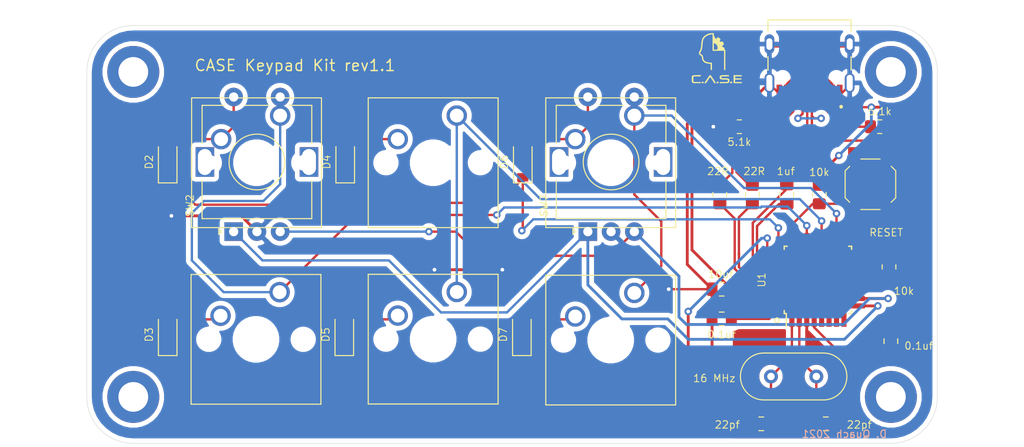
<source format=kicad_pcb>
(kicad_pcb (version 20211014) (generator pcbnew)
  (layers (0 "F.Cu" signal) (31 "B.Cu" signal) (34 "B.Paste" user) (35 "F.Paste" user) (36 "B.SilkS" user "B.Silkscreen") (37 "F.SilkS" user "F.Silkscreen") (38 "B.Mask" user) (39 "F.Mask" user) (44 "Edge.Cuts" user))
  (net 0 "")
  (net 1 "GND")
  (net 2 "+5V")
  (net 3 "Net-(C4-Pad1)")
  (net 4 "Net-(C5-Pad1)")
  (net 5 "Net-(C6-Pad1)")
  (net 6 "Net-(D2-Pad2)")
  (net 7 "row0")
  (net 8 "Net-(D3-Pad2)")
  (net 9 "row1")
  (net 10 "Net-(D4-Pad2)")
  (net 11 "Net-(D5-Pad2)")
  (net 12 "Net-(D6-Pad2)")
  (net 13 "Net-(D7-Pad2)")
  (net 14 "D-")
  (net 15 "D+")
  (net 16 "Net-(R1-Pad1)")
  (net 17 "Net-(R2-Pad1)")
  (net 18 "Net-(R4-Pad1)")
  (net 19 "Net-(R7-Pad2)")
  (net 20 "A1")
  (net 21 "B1")
  (net 22 "col0")
  (net 23 "col1")
  (net 24 "col2")
  (net 25 "Net-(U1-Pad23)")
  (net 26 "Net-(U1-Pad21)")
  (net 27 "Net-(U1-Pad19)")
  (net 28 "Net-(U1-Pad17)")
  (net 29 "Net-(U1-Pad16)")
  (net 30 "Net-(U1-Pad15)")
  (net 31 "Net-(U1-Pad14)")
  (net 32 "Net-(U1-Pad12)")
  (net 33 "Net-(U1-Pad11)")
  (net 34 "Net-(U1-Pad8)")
  (net 35 "Net-(U1-Pad7)")
  (net 36 "Net-(U1-Pad6)")
  (net 37 "Net-(U1-Pad5)")
  (net 38 "Net-(J1-PadB5)")
  (net 39 "Net-(J1-PadA8)")
  (net 40 "Net-(J1-PadB8)")
  (net 41 "Net-(J1-PadA5)")
  (footprint "Diode_SMD:D_SOD-123" (layer "F.Cu") (at 81.2 76.7 90)
    (fp_text reference "D2" (at 0 -2 90) (layer "F.SilkS") (effects (font (size 0.8 0.8) (thickness 0.1))))
    (fp_text value "D_Small")
    (pad "1" smd rect locked (at -1.65 0 90) (size 0.9 1.2) (layers "F.Cu" "F.Paste" "F.Mask") (net 7 "row0"))
    (pad "2" smd rect locked (at 1.65 0 90) (size 0.9 1.2) (layers "F.Cu" "F.Paste" "F.Mask") (net 6 "Net-(D2-Pad2)"))
  )
  (footprint "Diode_SMD:D_SOD-123" (layer "F.Cu") (at 81.2 95.3 90)
    (fp_text reference "D3" (at 0 -2 90) (layer "F.SilkS") (effects (font (size 0.8 0.8) (thickness 0.1))))
    (fp_text value "D_Small")
    (pad "1" smd rect locked (at -1.65 0 90) (size 0.9 1.2) (layers "F.Cu" "F.Paste" "F.Mask") (net 9 "row1"))
    (pad "2" smd rect locked (at 1.65 0 90) (size 0.9 1.2) (layers "F.Cu" "F.Paste" "F.Mask") (net 8 "Net-(D3-Pad2)"))
  )
  (footprint "Diode_SMD:D_SOD-123" (layer "F.Cu") (at 100.3 76.7 90)
    (fp_text reference "D4" (at 0 -2 90) (layer "F.SilkS") (effects (font (size 0.8 0.8) (thickness 0.1))))
    (fp_text value "D_Small")
    (pad "1" smd rect locked (at -1.65 0 90) (size 0.9 1.2) (layers "F.Cu" "F.Paste" "F.Mask") (net 7 "row0"))
    (pad "2" smd rect locked (at 1.65 0 90) (size 0.9 1.2) (layers "F.Cu" "F.Paste" "F.Mask") (net 10 "Net-(D4-Pad2)"))
  )
  (footprint "Diode_SMD:D_SOD-123" (layer "F.Cu") (at 100.2 95.3 90)
    (fp_text reference "D5" (at 0 -2 90) (layer "F.SilkS") (effects (font (size 0.8 0.8) (thickness 0.1))))
    (fp_text value "D_Small")
    (pad "1" smd rect locked (at -1.65 0 90) (size 0.9 1.2) (layers "F.Cu" "F.Paste" "F.Mask") (net 9 "row1"))
    (pad "2" smd rect locked (at 1.65 0 90) (size 0.9 1.2) (layers "F.Cu" "F.Paste" "F.Mask") (net 11 "Net-(D5-Pad2)"))
  )
  (footprint "Diode_SMD:D_SOD-123" (layer "F.Cu") (at 119.4 76.7 90)
    (fp_text reference "D6" (at 0 -2 90) (layer "F.SilkS") (effects (font (size 0.8 0.8) (thickness 0.1))))
    (fp_text value "D_Small")
    (pad "1" smd rect locked (at -1.65 0 90) (size 0.9 1.2) (layers "F.Cu" "F.Paste" "F.Mask") (net 7 "row0"))
    (pad "2" smd rect locked (at 1.65 0 90) (size 0.9 1.2) (layers "F.Cu" "F.Paste" "F.Mask") (net 12 "Net-(D6-Pad2)"))
  )
  (footprint "Diode_SMD:D_SOD-123" (layer "F.Cu") (at 119.3 95.3 90)
    (fp_text reference "D7" (at 0 -2 90) (layer "F.SilkS") (effects (font (size 0.8 0.8) (thickness 0.1))))
    (fp_text value "D_Small")
    (pad "1" smd rect locked (at -1.65 0 90) (size 0.9 1.2) (layers "F.Cu" "F.Paste" "F.Mask") (net 9 "row1"))
    (pad "2" smd rect locked (at 1.65 0 90) (size 0.9 1.2) (layers "F.Cu" "F.Paste" "F.Mask") (net 13 "Net-(D7-Pad2)"))
  )
  (footprint "Rotary_Encoder:RotaryEncoder_Alps_EC11E-Switch_Vertical_H20mm" (layer "F.Cu") (at 88.3 84.2 90)
    (fp_text reference "SW2" (at 2.8 -4.7 90) (layer "F.SilkS") (effects (font (size 0.8 0.8) (thickness 0.1))))
    (fp_text value "Encoder")
    (pad "A" thru_hole rect locked (at 0 0 90) (size 2 2) (drill 1) (layers *.Cu *.Mask) (net 20 "A1"))
    (pad "B" thru_hole circle locked (at 0 5 90) (size 2 2) (drill 1) (layers *.Cu *.Mask) (net 21 "B1"))
    (pad "C" thru_hole circle locked (at 0 2.5 90) (size 2 2) (drill 1) (layers *.Cu *.Mask) (net 1 "GND"))
    (pad "MP" thru_hole rect locked (at 7.5 -3.1 90) (size 3.2 2) (drill oval 2.8 1.5) (layers *.Cu *.Mask))
    (pad "MP" thru_hole rect locked (at 7.5 8.1 90) (size 3.2 2) (drill oval 2.8 1.5) (layers *.Cu *.Mask))
    (pad "S1" thru_hole circle locked (at 14.5 5 90) (size 2 2) (drill 1) (layers *.Cu *.Mask) (net 22 "col0"))
    (pad "S2" thru_hole circle locked (at 14.5 0 90) (size 2 2) (drill 1) (layers *.Cu *.Mask) (net 6 "Net-(D2-Pad2)"))
  )
  (footprint "Button_Switch_Keyboard:SW_Cherry_MX_1.00u_PCB" (layer "F.Cu") (at 93.24 90.72)
    (fp_text reference "SW4")
    (fp_text value "SW_KEYSW")
    (pad "" np_thru_hole circle locked (at 2.54 5.08) (size 1.7 1.7) (drill 1.7) (layers *.Cu *.Mask))
    (pad "" np_thru_hole circle locked (at -2.54 5.08) (size 4 4) (drill 4) (layers *.Cu *.Mask))
    (pad "" np_thru_hole circle locked (at -7.62 5.08) (size 1.7 1.7) (drill 1.7) (layers *.Cu *.Mask))
    (pad "1" thru_hole circle locked (at 0 0) (size 2.2 2.2) (drill 1.5) (layers *.Cu *.Mask) (net 22 "col0"))
    (pad "2" thru_hole circle locked (at -6.35 2.54) (size 2.2 2.2) (drill 1.5) (layers *.Cu *.Mask) (net 8 "Net-(D3-Pad2)"))
  )
  (footprint "Button_Switch_Keyboard:SW_Cherry_MX_1.00u_PCB" (layer "F.Cu") (at 112.3 71.7)
    (fp_text reference "SW5")
    (fp_text value "SW_KEYSW")
    (pad "" np_thru_hole circle locked (at 2.54 5.08) (size 1.7 1.7) (drill 1.7) (layers *.Cu *.Mask))
    (pad "" np_thru_hole circle locked (at -2.54 5.08) (size 4 4) (drill 4) (layers *.Cu *.Mask))
    (pad "" np_thru_hole circle locked (at -7.62 5.08) (size 1.7 1.7) (drill 1.7) (layers *.Cu *.Mask))
    (pad "1" thru_hole circle locked (at 0 0) (size 2.2 2.2) (drill 1.5) (layers *.Cu *.Mask) (net 23 "col1"))
    (pad "2" thru_hole circle locked (at -6.35 2.54) (size 2.2 2.2) (drill 1.5) (layers *.Cu *.Mask) (net 10 "Net-(D4-Pad2)"))
  )
  (footprint "Button_Switch_Keyboard:SW_Cherry_MX_1.00u_PCB" (layer "F.Cu") (at 131.4 71.7)
    (fp_text reference "SW8")
    (fp_text value "SW_KEYSW")
    (pad "" np_thru_hole circle locked (at 2.54 5.08) (size 1.7 1.7) (drill 1.7) (layers *.Cu *.Mask))
    (pad "" np_thru_hole circle locked (at -7.62 5.08) (size 1.7 1.7) (drill 1.7) (layers *.Cu *.Mask))
    (pad "" np_thru_hole circle locked (at -2.54 5.08) (size 4 4) (drill 4) (layers *.Cu *.Mask))
    (pad "1" thru_hole circle locked (at 0 0) (size 2.2 2.2) (drill 1.5) (layers *.Cu *.Mask) (net 24 "col2"))
    (pad "2" thru_hole circle locked (at -6.35 2.54) (size 2.2 2.2) (drill 1.5) (layers *.Cu *.Mask) (net 12 "Net-(D6-Pad2)"))
  )
  (footprint "Button_Switch_Keyboard:SW_Cherry_MX_1.00u_PCB" (layer "F.Cu") (at 131.4 90.8)
    (fp_text reference "SW9")
    (fp_text value "SW_KEYSW")
    (pad "" np_thru_hole circle locked (at 2.54 5.08) (size 1.7 1.7) (drill 1.7) (layers *.Cu *.Mask))
    (pad "" np_thru_hole circle locked (at -7.62 5.08) (size 1.7 1.7) (drill 1.7) (layers *.Cu *.Mask))
    (pad "" np_thru_hole circle locked (at -2.54 5.08) (size 4 4) (drill 4) (layers *.Cu *.Mask))
    (pad "1" thru_hole circle locked (at 0 0) (size 2.2 2.2) (drill 1.5) (layers *.Cu *.Mask) (net 24 "col2"))
    (pad "2" thru_hole circle locked (at -6.35 2.54) (size 2.2 2.2) (drill 1.5) (layers *.Cu *.Mask) (net 13 "Net-(D7-Pad2)"))
  )
  (footprint "Button_Switch_Keyboard:SW_Cherry_MX_1.00u_PCB" (layer "F.Cu") (at 112.3 90.7)
    (fp_text reference "SW6")
    (fp_text value "SW_KEYSW")
    (pad "" np_thru_hole circle locked (at -7.62 5.08) (size 1.7 1.7) (drill 1.7) (layers *.Cu *.Mask))
    (pad "" np_thru_hole circle locked (at -2.54 5.08) (size 4 4) (drill 4) (layers *.Cu *.Mask))
    (pad "" np_thru_hole circle locked (at 2.54 5.08) (size 1.7 1.7) (drill 1.7) (layers *.Cu *.Mask))
    (pad "1" thru_hole circle locked (at 0 0) (size 2.2 2.2) (drill 1.5) (layers *.Cu *.Mask) (net 23 "col1"))
    (pad "2" thru_hole circle locked (at -6.35 2.54) (size 2.2 2.2) (drill 1.5) (layers *.Cu *.Mask) (net 11 "Net-(D5-Pad2)"))
  )
  (footprint "Rotary_Encoder:RotaryEncoder_Alps_EC11E-Switch_Vertical_H20mm" (layer "F.Cu") (at 126.4 84.2 90)
    (fp_text reference "SW7" (at 2.8 -4.7 90) (layer "F.SilkS") (effects (font (size 0.8 0.8) (thickness 0.1))))
    (fp_text value "Encoder")
    (pad "A" thru_hole rect locked (at 0 0 90) (size 2 2) (drill 1) (layers *.Cu *.Mask) (net 20 "A1"))
    (pad "B" thru_hole circle locked (at 0 5 90) (size 2 2) (drill 1) (layers *.Cu *.Mask) (net 21 "B1"))
    (pad "C" thru_hole circle locked (at 0 2.5 90) (size 2 2) (drill 1) (layers *.Cu *.Mask) (net 1 "GND"))
    (pad "MP" thru_hole rect locked (at 7.5 8.1 90) (size 3.2 2) (drill oval 2.8 1.5) (layers *.Cu *.Mask))
    (pad "MP" thru_hole rect locked (at 7.5 -3.1 90) (size 3.2 2) (drill oval 2.8 1.5) (layers *.Cu *.Mask))
    (pad "S1" thru_hole circle locked (at 14.5 5 90) (size 2 2) (drill 1) (layers *.Cu *.Mask) (net 24 "col2"))
    (pad "S2" thru_hole circle locked (at 14.5 0 90) (size 2 2) (drill 1) (layers *.Cu *.Mask) (net 12 "Net-(D6-Pad2)"))
  )
  (footprint "Button_Switch_Keyboard:SW_Cherry_MX_1.00u_PCB" (layer "F.Cu") (at 93.3 71.7)
    (fp_text reference "SW3")
    (fp_text value "SW_KEYSW")
    (pad "" np_thru_hole circle locked (at -2.54 5.08) (size 4 4) (drill 4) (layers *.Cu *.Mask))
    (pad "" np_thru_hole circle locked (at -7.62 5.08) (size 1.7 1.7) (drill 1.7) (layers *.Cu *.Mask))
    (pad "" np_thru_hole circle locked (at 2.54 5.08) (size 1.7 1.7) (drill 1.7) (layers *.Cu *.Mask))
    (pad "1" thru_hole circle locked (at 0 0) (size 2.2 2.2) (drill 1.5) (layers *.Cu *.Mask) (net 22 "col0"))
    (pad "2" thru_hole circle locked (at -6.35 2.54) (size 2.2 2.2) (drill 1.5) (layers *.Cu *.Mask) (net 6 "Net-(D2-Pad2)"))
  )
  (footprint "Capacitor_SMD:C_0805_2012Metric_Pad1.18x1.45mm_HandSolder" (layer "F.Cu") (at 159 96 -90)
    (fp_text reference "0.1uf" (at 0.5 -3 180) (layer "F.SilkS") (effects (font (size 0.8 0.8) (thickness 0.1))))
    (fp_text value "0.1uF")
    (pad "1" smd roundrect locked (at -1.0375 0 270) (size 1.175 1.45) (layers "F.Cu" "F.Paste" "F.Mask") (roundrect_rratio 0.2127659574) (net 2 "+5V"))
    (pad "2" smd roundrect locked (at 1.0375 0 270) (size 1.175 1.45) (layers "F.Cu" "F.Paste" "F.Mask") (roundrect_rratio 0.2127659574) (net 1 "GND"))
  )
  (footprint "Capacitor_SMD:C_0805_2012Metric_Pad1.18x1.45mm_HandSolder" (layer "F.Cu") (at 140.8 90.4 180)
    (fp_text reference "10uf" (at 0.1 1.6) (layer "F.SilkS") (effects (font (size 0.8 0.8) (thickness 0.1))))
    (fp_text value "10uF")
    (pad "1" smd roundrect locked (at -1.0375 0 180) (size 1.175 1.45) (layers "F.Cu" "F.Paste" "F.Mask") (roundrect_rratio 0.2127659574) (net 2 "+5V"))
    (pad "2" smd roundrect locked (at 1.0375 0 180) (size 1.175 1.45) (layers "F.Cu" "F.Paste" "F.Mask") (roundrect_rratio 0.2127659574) (net 1 "GND"))
  )
  (footprint "Capacitor_SMD:C_0805_2012Metric_Pad1.18x1.45mm_HandSolder" (layer "F.Cu") (at 145.0625 104.9 180)
    (fp_text reference "22pf" (at 3.6625 -0.1) (layer "F.SilkS") (effects (font (size 0.8 0.8) (thickness 0.1))))
    (fp_text value "22 pF")
    (pad "1" smd roundrect locked (at -1.0375 0 180) (size 1.175 1.45) (layers "F.Cu" "F.Paste" "F.Mask") (roundrect_rratio 0.2127659574) (net 3 "Net-(C4-Pad1)"))
    (pad "2" smd roundrect locked (at 1.0375 0 180) (size 1.175 1.45) (layers "F.Cu" "F.Paste" "F.Mask") (roundrect_rratio 0.2127659574) (net 1 "GND"))
  )
  (footprint "Capacitor_SMD:C_0805_2012Metric_Pad1.18x1.45mm_HandSolder" (layer "F.Cu") (at 152 104.9)
    (fp_text reference "22pf" (at 3.6 0.1) (layer "F.SilkS") (effects (font (size 0.8 0.8) (thickness 0.1))))
    (fp_text value "22 pF")
    (pad "1" smd roundrect locked (at -1.0375 0) (size 1.175 1.45) (layers "F.Cu" "F.Paste" "F.Mask") (roundrect_rratio 0.2127659574) (net 4 "Net-(C5-Pad1)"))
    (pad "2" smd roundrect locked (at 1.0375 0) (size 1.175 1.45) (layers "F.Cu" "F.Paste" "F.Mask") (roundrect_rratio 0.2127659574) (net 1 "GND"))
  )
  (footprint "Resistor_SMD:R_0805_2012Metric_Pad1.20x1.40mm_HandSolder" (layer "F.Cu") (at 157.8 72.9)
    (fp_text reference "5.1k" (at 0 -1.65) (layer "F.SilkS") (effects (font (size 0.8 0.8) (thickness 0.1))))
    (fp_text value "5.1k")
    (pad "1" smd roundrect locked (at -1 0) (size 1.2 1.4) (layers "F.Cu" "F.Paste" "F.Mask") (roundrect_rratio 0.2083325) (net 41 "Net-(J1-PadA5)"))
    (pad "2" smd roundrect locked (at 1 0) (size 1.2 1.4) (layers "F.Cu" "F.Paste" "F.Mask") (roundrect_rratio 0.2083325) (net 1 "GND"))
  )
  (footprint "Resistor_SMD:R_0805_2012Metric_Pad1.20x1.40mm_HandSolder" (layer "F.Cu") (at 142.7 72.9 180)
    (fp_text reference "5.1k" (at 0 -1.65) (layer "F.SilkS") (effects (font (size 0.8 0.8) (thickness 0.1))))
    (fp_text value "5.1k")
    (pad "1" smd roundrect locked (at -1 0 180) (size 1.2 1.4) (layers "F.Cu" "F.Paste" "F.Mask") (roundrect_rratio 0.2083325) (net 38 "Net-(J1-PadB5)"))
    (pad "2" smd roundrect locked (at 1 0 180) (size 1.2 1.4) (layers "F.Cu" "F.Paste" "F.Mask") (roundrect_rratio 0.2083325) (net 1 "GND"))
  )
  (footprint "Button_Switch_SMD:SW_SPST_SKQG_WithStem" (layer "F.Cu") (at 156.8 79.1 -90)
    (fp_text reference "RESET" (at 5.2 -1.7 180) (layer "F.SilkS") (effects (font (size 0.8 0.8) (thickness 0.1))))
    (fp_text value "RESET")
    (pad "1" smd rect locked (at -3.1 -1.85 270) (size 1.8 1.1) (layers "F.Cu" "F.Paste" "F.Mask") (net 1 "GND"))
    (pad "1" smd rect locked (at 3.1 -1.85 270) (size 1.8 1.1) (layers "F.Cu" "F.Paste" "F.Mask") (net 1 "GND"))
    (pad "2" smd rect locked (at -3.1 1.85 270) (size 1.8 1.1) (layers "F.Cu" "F.Paste" "F.Mask") (net 18 "Net-(R4-Pad1)"))
    (pad "2" smd rect locked (at 3.1 1.85 270) (size 1.8 1.1) (layers "F.Cu" "F.Paste" "F.Mask") (net 18 "Net-(R4-Pad1)"))
  )
  (footprint "Crystal:Crystal_HC49-4H_Vertical" (layer "F.Cu") (at 146.1 99.8)
    (fp_text reference "16 MHz" (at -6.1 0.2) (layer "F.SilkS") (effects (font (size 0.8 0.8) (thickness 0.1))))
    (fp_text value "16 MHz")
    (pad "1" thru_hole circle locked (at 0 0) (size 1.5 1.5) (drill 0.8) (layers *.Cu *.Mask) (net 3 "Net-(C4-Pad1)"))
    (pad "2" thru_hole circle locked (at 4.88 0) (size 1.5 1.5) (drill 0.8) (layers *.Cu *.Mask) (net 4 "Net-(C5-Pad1)"))
  )
  (footprint "Resistor_SMD:R_0805_2012Metric_Pad1.20x1.40mm_HandSolder" (layer "F.Cu") (at 158.8 88 -90)
    (fp_text reference "10k" (at 2.6 -1.6 180) (layer "F.SilkS") (effects (font (size 0.8 0.8) (thickness 0.1))))
    (fp_text value "10k")
    (pad "1" smd roundrect locked (at -1 0 270) (size 1.2 1.4) (layers "F.Cu" "F.Paste" "F.Mask") (roundrect_rratio 0.2083325) (net 1 "GND"))
    (pad "2" smd roundrect locked (at 1 0 270) (size 1.2 1.4) (layers "F.Cu" "F.Paste" "F.Mask") (roundrect_rratio 0.2083325) (net 19 "Net-(R7-Pad2)"))
  )
  (footprint "Package_QFP:TQFP-32_7x7mm_P0.8mm" (layer "F.Cu") (at 151.15 89.4 90)
    (fp_text reference "U1" (at 0 -6.05 90) (layer "F.SilkS") (effects (font (size 0.8 0.8) (thickness 0.1))))
    (fp_text value "ATmega32U2-AU")
    (pad "1" smd rect locked (at -4.25 -2.8 90) (size 1.6 0.55) (layers "F.Cu" "F.Paste" "F.Mask") (net 3 "Net-(C4-Pad1)"))
    (pad "2" smd rect locked (at -4.25 -2 90) (size 1.6 0.55) (layers "F.Cu" "F.Paste" "F.Mask") (net 4 "Net-(C5-Pad1)"))
    (pad "3" smd rect locked (at -4.25 -1.2 90) (size 1.6 0.55) (layers "F.Cu" "F.Paste" "F.Mask") (net 1 "GND"))
    (pad "4" smd rect locked (at -4.25 -0.4 90) (size 1.6 0.55) (layers "F.Cu" "F.Paste" "F.Mask") (net 2 "+5V"))
    (pad "5" smd rect locked (at -4.25 0.4 90) (size 1.6 0.55) (layers "F.Cu" "F.Paste" "F.Mask") (net 37 "Net-(U1-Pad5)"))
    (pad "6" smd rect locked (at -4.25 1.2 90) (size 1.6 0.55) (layers "F.Cu" "F.Paste" "F.Mask") (net 36 "Net-(U1-Pad6)"))
    (pad "7" smd rect locked (at -4.25 2 90) (size 1.6 0.55) (layers "F.Cu" "F.Paste" "F.Mask") (net 35 "Net-(U1-Pad7)"))
    (pad "8" smd rect locked (at -4.25 2.8 90) (size 1.6 0.55) (layers "F.Cu" "F.Paste" "F.Mask") (net 34 "Net-(U1-Pad8)"))
    (pad "9" smd rect locked (at -2.8 4.25 180) (size 1.6 0.55) (layers "F.Cu" "F.Paste" "F.Mask") (net 20 "A1"))
    (pad "10" smd rect locked (at -2 4.25 180) (size 1.6 0.55) (layers "F.Cu" "F.Paste" "F.Mask") (net 21 "B1"))
    (pad "11" smd rect locked (at -1.2 4.25 180) (size 1.6 0.55) (layers "F.Cu" "F.Paste" "F.Mask") (net 33 "Net-(U1-Pad11)"))
    (pad "12" smd rect locked (at -0.4 4.25 180) (size 1.6 0.55) (layers "F.Cu" "F.Paste" "F.Mask") (net 32 "Net-(U1-Pad12)"))
    (pad "13" smd rect locked (at 0.4 4.25 180) (size 1.6 0.55) (layers "F.Cu" "F.Paste" "F.Mask") (net 19 "Net-(R7-Pad2)"))
    (pad "14" smd rect locked (at 1.2 4.25 180) (size 1.6 0.55) (layers "F.Cu" "F.Paste" "F.Mask") (net 31 "Net-(U1-Pad14)"))
    (pad "15" smd rect locked (at 2 4.25 180) (size 1.6 0.55) (layers "F.Cu" "F.Paste" "F.Mask") (net 30 "Net-(U1-Pad15)"))
    (pad "16" smd rect locked (at 2.8 4.25 180) (size 1.6 0.55) (layers "F.Cu" "F.Paste" "F.Mask") (net 29 "Net-(U1-Pad16)"))
    (pad "17" smd rect locked (at 4.25 2.8 90) (size 1.6 0.55) (layers "F.Cu" "F.Paste" "F.Mask") (net 28 "Net-(U1-Pad17)"))
    (pad "18" smd rect locked (at 4.25 2 90) (size 1.6 0.55) (layers "F.Cu" "F.Paste" "F.Mask") (net 24 "col2"))
    (pad "19" smd rect locked (at 4.25 1.2 90) (size 1.6 0.55) (layers "F.Cu" "F.Paste" "F.Mask") (net 27 "Net-(U1-Pad19)"))
    (pad "20" smd rect locked (at 4.25 0.4 90) (size 1.6 0.55) (layers "F.Cu" "F.Paste" "F.Mask") (net 23 "col1"))
    (pad "21" smd rect locked (at 4.25 -0.4 90) (size 1.6 0.55) (layers "F.Cu" "F.Paste" "F.Mask") (net 26 "Net-(U1-Pad21)"))
    (pad "22" smd rect locked (at 4.25 -1.2 90) (size 1.6 0.55) (layers "F.Cu" "F.Paste" "F.Mask") (net 22 "col0"))
    (pad "23" smd rect locked (at 4.25 -2 90) (size 1.6 0.55) (layers "F.Cu" "F.Paste" "F.Mask") (net 25 "Net-(U1-Pad23)"))
    (pad "24" smd rect locked (at 4.25 -2.8 90) (size 1.6 0.55) (layers "F.Cu" "F.Paste" "F.Mask") (net 18 "Net-(R4-Pad1)"))
    (pad "25" smd rect locked (at 2.8 -4.25 180) (size 1.6 0.55) (layers "F.Cu" "F.Paste" "F.Mask") (net 7 "row0"))
    (pad "26" smd rect locked (at 2 -4.25 180) (size 1.6 0.55) (layers "F.Cu" "F.Paste" "F.Mask") (net 9 "row1"))
    (pad "27" smd rect locked (at 1.2 -4.25 180) (size 1.6 0.55) (layers "F.Cu" "F.Paste" "F.Mask") (net 5 "Net-(C6-Pad1)"))
    (pad "28" smd rect locked (at 0.4 -4.25 180) (size 1.6 0.55) (layers "F.Cu" "F.Paste" "F.Mask") (net 1 "GND"))
    (pad "29" smd rect locked (at -0.4 -4.25 180) (size 1.6 0.55) (layers "F.Cu" "F.Paste" "F.Mask") (net 16 "Net-(R1-Pad1)"))
    (pad "30" smd rect locked (at -1.2 -4.25 180) (size 1.6 0.55) (layers "F.Cu" "F.Paste" "F.Mask") (net 17 "Net-(R2-Pad1)"))
    (pad "31" smd rect locked (at -2 -4.25 180) (size 1.6 0.55) (layers "F.Cu" "F.Paste" "F.Mask") (net 2 "+5V"))
    (pad "32" smd rect locked (at -2.8 -4.25 180) (size 1.6 0.55) (layers "F.Cu" "F.Paste" "F.Mask") (net 2 "+5V"))
  )
  (footprint "Capacitor_SMD:C_0805_2012Metric_Pad1.18x1.45mm_HandSolder" (layer "F.Cu") (at 147.8 80.2 90)
    (fp_text reference "1uf" (at 2.5 -0.1 180) (layer "F.SilkS") (effects (font (size 0.8 0.8) (thickness 0.1))))
    (fp_text value "1uF")
    (pad "1" smd roundrect locked (at -1.0375 0 90) (size 1.175 1.45) (layers "F.Cu" "F.Paste" "F.Mask") (roundrect_rratio 0.2127659574) (net 5 "Net-(C6-Pad1)"))
    (pad "2" smd roundrect locked (at 1.0375 0 90) (size 1.175 1.45) (layers "F.Cu" "F.Paste" "F.Mask") (roundrect_rratio 0.2127659574) (net 1 "GND"))
  )
  (footprint "Resistor_SMD:R_0805_2012Metric_Pad1.20x1.40mm_HandSolder" (layer "F.Cu") (at 140.6 80.2 90)
    (fp_text reference "22R" (at 2.5 -0.2 180) (layer "F.SilkS") (effects (font (size 0.8 0.8) (thickness 0.1))))
    (fp_text value "22R")
    (pad "1" smd roundrect locked (at -1 0 90) (size 1.2 1.4) (layers "F.Cu" "F.Paste" "F.Mask") (roundrect_rratio 0.2083325) (net 17 "Net-(R2-Pad1)"))
    (pad "2" smd roundrect locked (at 1 0 90) (size 1.2 1.4) (layers "F.Cu" "F.Paste" "F.Mask") (roundrect_rratio 0.2083325) (net 14 "D-"))
  )
  (footprint "Resistor_SMD:R_0805_2012Metric_Pad1.20x1.40mm_HandSolder" (layer "F.Cu") (at 144.1 80.2 90)
    (fp_text reference "22R" (at 2.5 0.2 180) (layer "F.SilkS") (effects (font (size 0.8 0.8) (thickness 0.1))))
    (fp_text value "22R")
    (pad "1" smd roundrect locked (at -1 0 90) (size 1.2 1.4) (layers "F.Cu" "F.Paste" "F.Mask") (roundrect_rratio 0.2083325) (net 16 "Net-(R1-Pad1)"))
    (pad "2" smd roundrect locked (at 1 0 90) (size 1.2 1.4) (layers "F.Cu" "F.Paste" "F.Mask") (roundrect_rratio 0.2083325) (net 15 "D+"))
  )
  (footprint "Resistor_SMD:R_0805_2012Metric_Pad1.20x1.40mm_HandSolder" (layer "F.Cu") (at 151.3 80.2 90)
    (fp_text reference "10k" (at 2.4 0 180) (layer "F.SilkS") (effects (font (size 0.8 0.8) (thickness 0.1))))
    (fp_text value "10k")
    (pad "1" smd roundrect locked (at -1 0 90) (size 1.2 1.4) (layers "F.Cu" "F.Paste" "F.Mask") (roundrect_rratio 0.2083325) (net 18 "Net-(R4-Pad1)"))
    (pad "2" smd roundrect locked (at 1 0 90) (size 1.2 1.4) (layers "F.Cu" "F.Paste" "F.Mask") (roundrect_rratio 0.2083325) (net 2 "+5V"))
  )
  (footprint "Capacitor_SMD:C_0805_2012Metric_Pad1.18x1.45mm_HandSolder" (layer "F.Cu") (at 140.8 93.6 180)
    (fp_text reference "0.1uf" (at 0 -1.68) (layer "F.SilkS") (effects (font (size 0.8 0.8) (thickness 0.1))))
    (fp_text value "0.1uF")
    (pad "1" smd roundrect locked (at -1.0375 0 180) (size 1.175 1.45) (layers "F.Cu" "F.Paste" "F.Mask") (roundrect_rratio 0.2127659574) (net 2 "+5V"))
    (pad "2" smd roundrect locked (at 1.0375 0 180) (size 1.175 1.45) (layers "F.Cu" "F.Paste" "F.Mask") (roundrect_rratio 0.2127659574) (net 1 "GND"))
  )
  (footprint "usb_c:HRO_TYPE-C-31-M-12" (layer "F.Cu") (at 150.25 64 180)
    (fp_text reference "J1")
    (fp_text value "TYPE-C-31-M-12")
    (pad "" np_thru_hole circle locked (at -2.89 -3.65 180) (size 0.7 0.7) (drill 0.7) (layers *.Cu *.Mask))
    (pad "" np_thru_hole circle locked (at 2.89 -3.65 180) (size 0.7 0.7) (drill 0.7) (layers *.Cu *.Mask))
    (pad "A1B12" smd rect locked (at -3.25 -5.35 180) (size 0.6 1.95) (layers "F.Cu" "F.Paste" "F.Mask") (net 1 "GND"))
    (pad "A4B9" smd rect locked (at -2.45 -5.35 180) (size 0.6 1.95) (layers "F.Cu" "F.Paste" "F.Mask") (net 2 "+5V"))
    (pad "A5" smd rect locked (at -1.25 -5.35 180) (size 0.3 1.95) (layers "F.Cu" "F.Paste" "F.Mask") (net 41 "Net-(J1-PadA5)"))
    (pad "A6" smd rect locked (at -0.25 -5.35 180) (size 0.3 1.95) (layers "F.Cu" "F.Paste" "F.Mask") (net 15 "D+"))
    (pad "A7" smd rect locked (at 0.25 -5.35 180) (size 0.3 1.95) (layers "F.Cu" "F.Paste" "F.Mask") (net 14 "D-"))
    (pad "A8" smd rect locked (at 1.25 -5.35 180) (size 0.3 1.95) (layers "F.Cu" "F.Paste" "F.Mask") (net 39 "Net-(J1-PadA8)"))
    (pad "B1A12" smd rect locked (at 3.25 -5.35 180) (size 0.6 1.95) (layers "F.Cu" "F.Paste" "F.Mask") (net 1 "GND"))
    (pad "B4A9" smd rect locked (at 2.45 -5.35 180) (size 0.6 1.95) (layers "F.Cu" "F.Paste" "F.Mask") (net 2 "+5V"))
    (pad "B5" smd rect locked (at 1.75 -5.35 180) (size 0.3 1.95) (layers "F.Cu" "F.Paste" "F.Mask") (net 38 "Net-(J1-PadB5)"))
    (pad "B6" smd rect locked (at 0.75 -5.35 180) (size 0.3 1.95) (layers "F.Cu" "F.Paste" "F.Mask") (net 15 "D+"))
    (pad "B7" smd rect locked (at -0.75 -5.35 180) (size 0.3 1.95) (layers "F.Cu" "F.Paste" "F.Mask") (net 14 "D-"))
    (pad "B8" smd rect locked (at -1.75 -5.35 180) (size 0.3 1.95) (layers "F.Cu" "F.Paste" "F.Mask") (net 40 "Net-(J1-PadB8)"))
    (pad "S1" thru_hole oval locked (at -4.32 -4.18 180) (size 1.05 2.1) (drill oval 0.65 1.75) (layers *.Cu *.Mask) (net 1 "GND"))
    (pad "S2" thru_hole oval locked (at 4.32 -4.18 180) (size 1.05 2.1) (drill oval 0.65 1.75) (layers *.Cu *.Mask) (net 1 "GND"))
    (pad "S3" thru_hole oval locked (at -4.32 0 180) (size 1.05 2.1) (drill oval 0.65 1.25) (layers *.Cu *.Mask) (net 1 "GND"))
    (pad "S4" thru_hole oval locked (at 4.32 0 180) (size 1.05 2.1) (drill oval 0.65 1.25) (layers *.Cu *.Mask) (net 1 "GND"))
  )
  (footprint "logo:case_head_9x5mm" (layer "F.Cu") (at 139.75 65.5)
    (fp_text reference "G***" hide)
    (fp_text value "LOGO" hide)
  )
  (footprint "MountingHole:MountingHole_3.2mm_M3_DIN965_Pad" (layer "F.Cu") (at 159 67)
    (fp_text reference "REF**")
    (fp_text value "MountingHole_3.2mm_M3_DIN965_Pad")
    (pad "1" thru_hole circle locked (at 0 0) (size 5.6 5.6) (drill 3.2) (layers *.Cu *.Mask))
  )
  (footprint "MountingHole:MountingHole_3.2mm_M3_DIN965_Pad" (layer "F.Cu") (at 77.5 102)
    (fp_text reference "REF**")
    (fp_text value "MountingHole_3.2mm_M3_DIN965_Pad")
    (pad "1" thru_hole circle locked (at 0 0) (size 5.6 5.6) (drill 3.2) (layers *.Cu *.Mask))
  )
  (footprint "MountingHole:MountingHole_3.2mm_M3_DIN965_Pad" (layer "F.Cu") (at 159 102)
    (fp_text reference "REF**")
    (fp_text value "MountingHole_3.2mm_M3_DIN965_Pad")
    (pad "1" thru_hole circle locked (at 0 0) (size 5.6 5.6) (drill 3.2) (layers *.Cu *.Mask))
  )
  (footprint "MountingHole:MountingHole_3.2mm_M3_DIN965_Pad" (layer "F.Cu") (at 77.5 67)
    (fp_text reference "REF**")
    (fp_text value "MountingHole_3.2mm_M3_DIN965_Pad")
    (pad "1" thru_hole circle locked (at 0 0) (size 5.6 5.6) (drill 3.2) (layers *.Cu *.Mask))
  )
  (gr_circle (center 146.75 93.75) (end 146.75 94) (layer "F.SilkS") (width 0.12) (fill none))
  (gr_line (start 164 102) (end 164 67) (layer "Edge.Cuts") (width 0.05))
  (gr_arc (start 164 102) (mid 162.535534 105.535534) (end 159 107) (layer "Edge.Cuts") (width 0.05))
  (gr_line (start 72.5 67) (end 72.5 102) (layer "Edge.Cuts") (width 0.05))
  (gr_arc (start 72.5 67) (mid 73.964466 63.464466) (end 77.5 62) (layer "Edge.Cuts") (width 0.05))
  (gr_arc (start 77.5 107) (mid 73.964466 105.535534) (end 72.5 102) (layer "Edge.Cuts") (width 0.05))
  (gr_arc (start 159 62) (mid 162.535534 63.464466) (end 164 67) (layer "Edge.Cuts") (width 0.05))
  (gr_line (start 77.5 107) (end 159 107) (layer "Edge.Cuts") (width 0.05))
  (gr_line (start 159 62) (end 77.5 62) (layer "Edge.Cuts") (width 0.05))
  (gr_text "D. Quach 2021\n" (at 154 106) (layer "B.SilkS") (effects (font (size 0.8 0.8) (thickness 0.12)) (justify mirror)))
  (gr_text "CASE Keypad Kit rev1.1\n" (at 94.9 66.3) (layer "F.SilkS") (effects (font (size 1.2 1.2))))
  (segment (start 147.763602 89) (end 146.9 89) (width 0.254) (layer "F.Cu") (net 1))
  (segment (start 149.95 93.65) (end 149.95 91.186398) (width 0.254) (layer "F.Cu") (net 1))
  (segment (start 149.95 91.186398) (end 147.763602 89) (width 0.254) (layer "F.Cu") (net 1))
  (segment (start 139.9 72.9) (end 139.9 72.9) (width 0.254) (layer "F.Cu") (net 1))
  (segment (start 81.6 82.5) (end 81.6 82.5) (width 0.3048) (layer "F.Cu") (net 1))
  (segment (start 157 99) (end 153.0375 102.9625) (width 0.3048) (layer "F.Cu") (net 1))
  (segment (start 135.1 90.4) (end 139.7625 90.4) (width 0.254) (layer "F.Cu") (net 1))
  (segment (start 158.65 76) (end 158.65 82.2) (width 0.3048) (layer "F.Cu") (net 1))
  (segment (start 146.9 89) (end 145.846 89) (width 0.254) (layer "F.Cu") (net 1))
  (segment (start 139.7625 90.4) (end 139.7625 93.6) (width 0.3048) (layer "F.Cu") (net 1))
  (segment (start 137.09519 87.73269) (end 137.095191 72.590901) (width 0.3048) (layer "F.Cu") (net 1))
  (segment (start 144.36 69.75) (end 145.93 68.18) (width 0.3048) (layer "F.Cu") (net 1))
  (segment (start 157.05 74.4) (end 158.65 76) (width 0.254) (layer "F.Cu") (net 1))
  (segment (start 144.025 104.9) (end 145.225 106.1) (width 0.254) (layer "F.Cu") (net 1))
  (segment (start 146.085 68.43) (end 147 69.345) (width 0.25) (layer "F.Cu") (net 1))
  (segment (start 145.93 68.43) (end 145.93 64.25) (width 0.25) (layer "F.Cu") (net 1))
  (segment (start 158.8 82.35) (end 158.65 82.2) (width 0.3048) (layer "F.Cu") (net 1))
  (segment (start 158.8 75.85) (end 158.65 76) (width 0.3048) (layer "F.Cu") (net 1))
  (segment (start 158.8 72.9) (end 158.8 75.85) (width 0.3048) (layer "F.Cu") (net 1))
  (segment (start 153.655 69.345) (end 154.57 68.43) (width 0.25) (layer "F.Cu") (net 1))
  (segment (start 152.3 74.4) (end 157.05 74.4) (width 0.254) (layer "F.Cu") (net 1))
  (segment (start 147.8 79.1625) (end 147.8 78.9) (width 0.254) (layer "F.Cu") (net 1))
  (segment (start 145.93 68.43) (end 146.085 68.43) (width 0.25) (layer "F.Cu") (net 1))
  (segment (start 139.7625 90.4) (end 137.09519 87.73269) (width 0.3048) (layer "F.Cu") (net 1))
  (segment (start 153.6375 98.7375) (end 157.2625 98.7375) (width 0.3048) (layer "F.Cu") (net 1))
  (segment (start 153.5 69.345) (end 153.655 69.345) (width 0.25) (layer "F.Cu") (net 1))
  (segment (start 144.14599 83.25401) (end 147.8 79.6) (width 0.254) (layer "F.Cu") (net 1))
  (segment (start 90.8 84.2) (end 89.1 82.5) (width 0.3048) (layer "F.Cu") (net 1))
  (segment (start 144.14599 87.29999) (end 144.14599 83.25401) (width 0.254) (layer "F.Cu") (net 1))
  (segment (start 145.225 106.1) (end 151.8375 106.1) (width 0.254) (layer "F.Cu") (net 1))
  (segment (start 151.8375 106.1) (end 153.0375 104.9) (width 0.254) (layer "F.Cu") (net 1))
  (segment (start 158.9625 97.0375) (end 157 99) (width 0.3048) (layer "F.Cu") (net 1))
  (segment (start 157.2625 98.7375) (end 157 99) (width 0.3048) (layer "F.Cu") (net 1))
  (segment (start 139.7625 93.6) (end 139.7625 100.6375) (width 0.3048) (layer "F.Cu") (net 1))
  (segment (start 153.0375 102.9625) (end 153.0375 104.9) (width 0.3048) (layer "F.Cu") (net 1))
  (segment (start 154.57 68.43) (end 154.57 64.25) (width 0.25) (layer "F.Cu") (net 1))
  (segment (start 159 97.0375) (end 158.9625 97.0375) (width 0.3048) (layer "F.Cu") (net 1))
  (segment (start 147.8 79.6) (end 147.8 79.1625) (width 0.254) (layer "F.Cu") (net 1))
  (segment (start 117.2 88.3) (end 109.9 88.3) (width 0.3048) (layer "F.Cu") (net 1))
  (segment (start 139.7625 100.6375) (end 144.025 104.9) (width 0.3048) (layer "F.Cu") (net 1))
  (segment (start 149.95 95.05) (end 153.6375 98.7375) (width 0.3048) (layer "F.Cu") (net 1))
  (segment (start 158.8 87) (end 158.8 82.35) (width 0.3048) (layer "F.Cu") (net 1))
  (segment (start 145.93 64.25) (end 154.57 64.25) (width 0.254) (layer "F.Cu") (net 1))
  (segment (start 137.095191 72.590901) (end 139.936092 69.75) (width 0.3048) (layer "F.Cu") (net 1))
  (segment (start 149.95 93.65) (end 149.95 95.05) (width 0.3048) (layer "F.Cu") (net 1))
  (segment (start 89.1 82.5) (end 81.6 82.5) (width 0.3048) (layer "F.Cu") (net 1))
  (segment (start 147.8 78.9) (end 152.3 74.4) (width 0.254) (layer "F.Cu") (net 1))
  (segment (start 145.846 89) (end 144.14599 87.29999) (width 0.254) (layer "F.Cu") (net 1))
  (segment (start 139.936092 69.75) (end 144.36 69.75) (width 0.3048) (layer "F.Cu") (net 1))
  (segment (start 141.7 72.9) (end 139.9 72.9) (width 0.254) (layer "F.Cu") (net 1))
  (via (at 81.6 82.5) (size 0.8) (drill 0.4) (layers "F.Cu" "B.Cu") (net 1))
  (via (at 117.2 88.3) (size 0.8) (drill 0.4) (layers "F.Cu" "B.Cu") (net 1))
  (via (at 109.9 88.3) (size 0.8) (drill 0.4) (layers "F.Cu" "B.Cu") (net 1))
  (via (at 135.1 90.4) (size 0.8) (drill 0.4) (layers "F.Cu" "B.Cu") (net 1))
  (via (at 139.9 72.9) (size 0.8) (drill 0.4) (layers "F.Cu" "B.Cu") (net 1))
  (segment (start 135.1 90.4) (end 135.1 90.4) (width 0.254) (layer "B.Cu") (net 1))
  (segment (start 142.175 67.825) (end 146.08 67.825) (width 0.254) (layer "B.Cu") (net 1))
  (segment (start 139.9 70.1) (end 142.175 67.825) (width 0.254) (layer "B.Cu") (net 1))
  (segment (start 139.9 72.9) (end 139.9 70.1) (width 0.254) (layer "B.Cu") (net 1))
  (segment (start 128.9 84.2) (end 135.1 90.4) (width 0.254) (layer "B.Cu") (net 1))
  (segment (start 141.8375 90.4) (end 141.8375 93.6) (width 0.254) (layer "F.Cu") (net 2))
  (segment (start 150.75 93.65) (end 150.75 94.513602) (width 0.254) (layer "F.Cu") (net 2))
  (segment (start 150.75 94.513602) (end 152.898898 96.6625) (width 0.254) (layer "F.Cu") (net 2))
  (segment (start 146.9 91.4) (end 142.8375 91.4) (width 0.254) (layer "F.Cu") (net 2))
  (segment (start 142.8375 91.4) (end 141.8375 90.4) (width 0.254) (layer "F.Cu") (net 2))
  (segment (start 156.9 70.8) (end 156.9 70.8) (width 0.3048) (layer "F.Cu") (net 2))
  (segment (start 156.9 70.8) (end 159.4 70.8) (width 0.3048) (layer "F.Cu") (net 2))
  (segment (start 151.3 79) (end 151.3 79.2) (width 0.254) (layer "F.Cu") (net 2))
  (segment (start 152.898898 96.6625) (end 157.3 96.6625) (width 0.3048) (layer "F.Cu") (net 2))
  (segment (start 148.542409 67.588989) (end 147.8 68.331398) (width 0.254) (layer "F.Cu") (net 2))
  (segment (start 147.8 70.315764) (end 147.415764 70.7) (width 0.254) (layer "F.Cu") (net 2))
  (segment (start 159 94.9625) (end 159.3 94.9625) (width 0.3048) (layer "F.Cu") (net 2))
  (segment (start 159.3 94.9625) (end 160 94.2625) (width 0.3048) (layer "F.Cu") (net 2))
  (segment (start 152.7 70.413602) (end 153.086398 70.8) (width 0.254) (layer "F.Cu") (net 2))
  (segment (start 137.6 86.1625) (end 141.8375 90.4) (width 0.3048) (layer "F.Cu") (net 2))
  (segment (start 146.9 92.2) (end 146.9 92.6) (width 0.254) (layer "F.Cu") (net 2))
  (segment (start 151.957591 67.588989) (end 148.542409 67.588989) (width 0.254) (layer "F.Cu") (net 2))
  (segment (start 137.6 72.8) (end 137.6 86.1625) (width 0.3048) (layer "F.Cu") (net 2))
  (segment (start 146.9 92.6) (end 145.9 93.6) (width 0.254) (layer "F.Cu") (net 2))
  (segment (start 160 71.4) (end 160 94.2625) (width 0.3048) (layer "F.Cu") (net 2))
  (segment (start 152.7 69.35) (end 152.7 70.413602) (width 0.254) (layer "F.Cu") (net 2))
  (segment (start 147.8 68.331398) (end 147.8 69.095) (width 0.254) (layer "F.Cu") (net 2))
  (segment (start 145.9 93.6) (end 141.8375 93.6) (width 0.254) (layer "F.Cu") (net 2))
  (segment (start 151.3 78.1) (end 153.4 76) (width 0.3048) (layer "F.Cu") (net 2))
  (segment (start 151.3 79.2) (end 151.3 78.1) (width 0.3048) (layer "F.Cu") (net 2))
  (segment (start 147.8 69.35) (end 147.8 70.315764) (width 0.254) (layer "F.Cu") (net 2))
  (segment (start 139.7 70.7) (end 137.6 72.8) (width 0.254) (layer "F.Cu") (net 2))
  (segment (start 147.415764 70.7) (end 139.7 70.7) (width 0.254) (layer "F.Cu") (net 2))
  (segment (start 157.3 96.6625) (end 159 94.9625) (width 0.3048) (layer "F.Cu") (net 2))
  (segment (start 152.7 68.331398) (end 151.957591 67.588989) (width 0.254) (layer "F.Cu") (net 2))
  (segment (start 159.4 70.8) (end 160 71.4) (width 0.3048) (layer "F.Cu") (net 2))
  (segment (start 153.086398 70.8) (end 156.9 70.8) (width 0.254) (layer "F.Cu") (net 2))
  (segment (start 152.7 69.095) (end 152.7 68.331398) (width 0.254) (layer "F.Cu") (net 2))
  (via (at 156.9 70.8) (size 0.8) (drill 0.4) (layers "F.Cu" "B.Cu") (net 2))
  (via (at 153.4 76) (size 0.8) (drill 0.4) (layers "F.Cu" "B.Cu") (net 2))
  (segment (start 156.9 72.5) (end 153.4 76) (width 0.3048) (layer "B.Cu") (net 2))
  (segment (start 156.9 70.8) (end 156.9 72.5) (width 0.3048) (layer "B.Cu") (net 2))
  (segment (start 146.1 99.8) (end 146.1 104.9) (width 0.254) (layer "F.Cu") (net 3))
  (segment (start 148.35 93.65) (end 148.35 97.55) (width 0.254) (layer "F.Cu") (net 3))
  (segment (start 148.35 97.55) (end 146.1 99.8) (width 0.254) (layer "F.Cu") (net 3))
  (segment (start 150.98 99.8) (end 150.98 104.8825) (width 0.254) (layer "F.Cu") (net 4))
  (segment (start 150.98 104.8825) (end 150.9625 104.9) (width 0.254) (layer "F.Cu") (net 4))
  (segment (start 149.15 97.97) (end 150.98 99.8) (width 0.254) (layer "F.Cu") (net 4))
  (segment (start 149.15 93.65) (end 149.15 97.97) (width 0.254) (layer "F.Cu") (net 4))
  (segment (start 144.6 83.6) (end 144.6 86.954) (width 0.254) (layer "F.Cu") (net 5))
  (segment (start 145.846 88.2) (end 146.9 88.2) (width 0.254) (layer "F.Cu") (net 5))
  (segment (start 147.8 81.2375) (end 146.9625 81.2375) (width 0.254) (layer "F.Cu") (net 5))
  (segment (start 144.6 86.954) (end 145.846 88.2) (width 0.254) (layer "F.Cu") (net 5))
  (segment (start 146.9625 81.2375) (end 144.6 83.6) (width 0.254) (layer "F.Cu") (net 5))
  (segment (start 81.2 75.05) (end 82.01 74.24) (width 0.254) (layer "F.Cu") (net 6))
  (segment (start 88.3 72.89) (end 86.95 74.24) (width 0.254) (layer "F.Cu") (net 6))
  (segment (start 88.3 69.7) (end 88.3 72.89) (width 0.254) (layer "F.Cu") (net 6))
  (segment (start 82.01 74.24) (end 86.95 74.24) (width 0.254) (layer "F.Cu") (net 6))
  (segment (start 146.9 83.8) (end 146.9 83.8) (width 0.254) (layer "F.Cu") (net 7))
  (segment (start 146.9 86.6) (end 146.9 83.8) (width 0.254) (layer "F.Cu") (net 7))
  (segment (start 119.4 78.35) (end 119.4 84) (width 0.254) (layer "F.Cu") (net 7))
  (segment (start 119.4 84) (end 119.3 84.1) (width 0.254) (layer "F.Cu") (net 7))
  (segment (start 119.4 78.35) (end 119.4 78.5) (width 0.254) (layer "F.Cu") (net 7))
  (segment (start 97.35 81.3) (end 100.3 78.35) (width 0.254) (layer "F.Cu") (net 7))
  (segment (start 116.8 81.1) (end 103.05 81.1) (width 0.254) (layer "F.Cu") (net 7))
  (segment (start 81.2 78.35) (end 84.15 81.3) (width 0.254) (layer "F.Cu") (net 7))
  (segment (start 119.4 78.5) (end 116.8 81.1) (width 0.254) (layer "F.Cu") (net 7))
  (segment (start 84.15 81.3) (end 97.35 81.3) (width 0.254) (layer "F.Cu") (net 7))
  (segment (start 103.05 81.1) (end 100.3 78.35) (width 0.254) (layer "F.Cu") (net 7))
  (via (at 146.9 83.8) (size 0.8) (drill 0.4) (layers "F.Cu" "B.Cu") (net 7))
  (via (at 119.3 84.1) (size 0.8) (drill 0.4) (layers "F.Cu" "B.Cu") (net 7))
  (segment (start 119.3 84.1) (end 119.3 84.1) (width 0.254) (layer "B.Cu") (net 7))
  (segment (start 120.527001 82.872999) (end 119.3 84.1) (width 0.254) (layer "B.Cu") (net 7))
  (segment (start 145.972999 82.872999) (end 120.527001 82.872999) (width 0.254) (layer "B.Cu") (net 7))
  (segment (start 146.9 83.8) (end 145.972999 82.872999) (width 0.254) (layer "B.Cu") (net 7))
  (segment (start 86.5 93.65) (end 86.89 93.26) (width 0.254) (layer "F.Cu") (net 8))
  (segment (start 81.2 93.65) (end 86.5 93.65) (width 0.254) (layer "F.Cu") (net 8))
  (segment (start 145.7 84.9) (end 145.7 84.9) (width 0.254) (layer "F.Cu") (net 9))
  (segment (start 137.2 92.8) (end 137.2 92.8) (width 0.3048) (layer "F.Cu") (net 9))
  (segment (start 134.7 99.3) (end 137.2 96.8) (width 0.3048) (layer "F.Cu") (net 9))
  (segment (start 146.036398 87.4) (end 145.7 87.063602) (width 0.254) (layer "F.Cu") (net 9))
  (segment (start 119.3 96.95) (end 119.35 96.95) (width 0.254) (layer "F.Cu") (net 9))
  (segment (start 97.85 99.3) (end 100.2 96.95) (width 0.254) (layer "F.Cu") (net 9))
  (segment (start 121.7 99.3) (end 134.7 99.3) (width 0.3048) (layer "F.Cu") (net 9))
  (segment (start 137.2 96.8) (end 137.2 92.8) (width 0.3048) (layer "F.Cu") (net 9))
  (segment (start 100.25 96.95) (end 102.6 99.3) (width 0.254) (layer "F.Cu") (net 9))
  (segment (start 145.7 87.063602) (end 145.7 84.9) (width 0.254) (layer "F.Cu") (net 9))
  (segment (start 81.2 96.95) (end 81.2 97.2) (width 0.254) (layer "F.Cu") (net 9))
  (segment (start 119.35 96.95) (end 121.7 99.3) (width 0.254) (layer "F.Cu") (net 9))
  (segment (start 100.2 96.95) (end 100.25 96.95) (width 0.254) (layer "F.Cu") (net 9))
  (segment (start 81.2 97.2) (end 83.3 99.3) (width 0.254) (layer "F.Cu") (net 9))
  (segment (start 83.3 99.3) (end 97.85 99.3) (width 0.254) (layer "F.Cu") (net 9))
  (segment (start 146.9 87.4) (end 146.036398 87.4) (width 0.254) (layer "F.Cu") (net 9))
  (segment (start 116.95 99.3) (end 119.3 96.95) (width 0.254) (layer "F.Cu") (net 9))
  (segment (start 119.3 96.95) (end 119.3 97.2) (width 0.254) (layer "F.Cu") (net 9))
  (segment (start 102.6 99.3) (end 116.95 99.3) (width 0.254) (layer "F.Cu") (net 9))
  (via (at 137.2 92.8) (size 0.8) (drill 0.4) (layers "F.Cu" "B.Cu") (net 9))
  (via (at 145.7 84.9) (size 0.8) (drill 0.4) (layers "F.Cu" "B.Cu") (net 9))
  (segment (start 145.1 84.9) (end 137.2 92.8) (width 0.3048) (layer "B.Cu") (net 9))
  (segment (start 145.7 84.9) (end 145.1 84.9) (width 0.3048) (layer "B.Cu") (net 9))
  (segment (start 101.11 74.24) (end 100.3 75.05) (width 0.254) (layer "F.Cu") (net 10))
  (segment (start 105.95 74.24) (end 101.11 74.24) (width 0.254) (layer "F.Cu") (net 10))
  (segment (start 105.54 93.65) (end 105.95 93.24) (width 0.254) (layer "F.Cu") (net 11))
  (segment (start 100.2 93.65) (end 105.54 93.65) (width 0.254) (layer "F.Cu") (net 11))
  (segment (start 126.4 69.7) (end 126.4 72.89) (width 0.254) (layer "F.Cu") (net 12))
  (segment (start 119.4 75.05) (end 120.21 74.24) (width 0.254) (layer "F.Cu") (net 12))
  (segment (start 120.21 74.24) (end 125.05 74.24) (width 0.254) (layer "F.Cu") (net 12))
  (segment (start 126.4 72.89) (end 125.05 74.24) (width 0.254) (layer "F.Cu") (net 12))
  (segment (start 124.74 93.65) (end 125.05 93.34) (width 0.254) (layer "F.Cu") (net 13))
  (segment (start 119.3 93.65) (end 124.74 93.65) (width 0.254) (layer "F.Cu") (net 13))
  (segment (start 141.94599 77.85401) (end 140.6 79.2) (width 0.254) (layer "F.Cu") (net 14))
  (segment (start 150 69.345) (end 150 73.643616) (width 0.25) (layer "F.Cu") (net 14))
  (segment (start 151 69.095) (end 151 68.116) (width 0.254) (layer "F.Cu") (net 14))
  (segment (start 150 73.643616) (end 148.072626 75.57099) (width 0.25) (layer "F.Cu") (net 14))
  (segment (start 148.072626 75.57099) (end 142.586943 75.57099) (width 0.254) (layer "F.Cu") (net 14))
  (segment (start 150.926999 68.042999) (end 150.073001 68.042999) (width 0.254) (layer "F.Cu") (net 14))
  (segment (start 150.073001 68.042999) (end 150 68.116) (width 0.254) (layer "F.Cu") (net 14))
  (segment (start 151 68.116) (end 150.926999 68.042999) (width 0.254) (layer "F.Cu") (net 14))
  (segment (start 150 68.116) (end 150 69.095) (width 0.254) (layer "F.Cu") (net 14))
  (segment (start 140.6 79.2) (end 140.6 79.1) (width 0.254) (layer "F.Cu") (net 14))
  (segment (start 142.586943 75.57099) (end 141.94599 76.211943) (width 0.254) (layer "F.Cu") (net 14))
  (segment (start 141.94599 76.211943) (end 141.94599 77.85401) (width 0.254) (layer "F.Cu") (net 14))
  (segment (start 149 72) (end 149.5 71.5) (width 0.254) (layer "F.Cu") (net 15))
  (segment (start 142.775 76.025) (end 142.4 76.4) (width 0.254) (layer "F.Cu") (net 15))
  (segment (start 148.260682 76.025) (end 142.775 76.025) (width 0.254) (layer "F.Cu") (net 15))
  (segment (start 150.5 71.75) (end 150.5 73.785682) (width 0.25) (layer "F.Cu") (net 15))
  (segment (start 150.75 72) (end 150.5 71.75) (width 0.254) (layer "F.Cu") (net 15))
  (segment (start 150.5 73.785682) (end 148.260682 76.025) (width 0.25) (layer "F.Cu") (net 15))
  (segment (start 150.5 69.345) (end 150.5 70.5) (width 0.25) (layer "F.Cu") (net 15))
  (segment (start 150.5 70.25) (end 150.5 69.345) (width 0.25) (layer "F.Cu") (net 15))
  (segment (start 150.5 70.5) (end 150.5 71.75) (width 0.25) (layer "F.Cu") (net 15))
  (segment (start 151.5 72) (end 150.75 72) (width 0.254) (layer "F.Cu") (net 15))
  (segment (start 142.4 76.4) (end 142.4 77.8) (width 0.254) (layer "F.Cu") (net 15))
  (segment (start 149.5 71.5) (end 149.5 69.35) (width 0.254) (layer "F.Cu") (net 15))
  (segment (start 142.4 77.8) (end 143.8 79.2) (width 0.254) (layer "F.Cu") (net 15))
  (segment (start 143.8 79.2) (end 144.1 79.2) (width 0.254) (layer "F.Cu") (net 15))
  (via (at 149 72) (size 0.8) (drill 0.4) (layers "F.Cu" "B.Cu") (net 15))
  (via (at 151.5 72) (size 0.8) (drill 0.4) (layers "F.Cu" "B.Cu") (net 15))
  (segment (start 151.5 72) (end 149 72) (width 0.254) (layer "B.Cu") (net 15))
  (segment (start 144.442066 89.8) (end 142.65401 88.011944) (width 0.254) (layer "F.Cu") (net 16))
  (segment (start 142.65401 86.75401) (end 142.65401 86.55401) (width 0.254) (layer "F.Cu") (net 16))
  (segment (start 142.65401 82.64599) (end 144.1 81.2) (width 0.254) (layer "F.Cu") (net 16))
  (segment (start 146.9 89.8) (end 144.442066 89.8) (width 0.254) (layer "F.Cu") (net 16))
  (segment (start 142.65401 86.55401) (end 142.65401 82.64599) (width 0.254) (layer "F.Cu") (net 16))
  (segment (start 142.65401 88.011944) (end 142.65401 86.55401) (width 0.254) (layer "F.Cu") (net 16))
  (segment (start 142.2 82.8) (end 142.2 88.2) (width 0.254) (layer "F.Cu") (net 17))
  (segment (start 144.6 90.6) (end 146.9 90.6) (width 0.254) (layer "F.Cu") (net 17))
  (segment (start 140.6 81.2) (end 142.2 82.8) (width 0.254) (layer "F.Cu") (net 17))
  (segment (start 142.2 88.2) (end 144.6 90.6) (width 0.254) (layer "F.Cu") (net 17))
  (segment (start 151.35 81.15) (end 151.3 81.2) (width 0.254) (layer "F.Cu") (net 18))
  (segment (start 150.6 81.2) (end 148.35 83.45) (width 0.254) (layer "F.Cu") (net 18))
  (segment (start 151.3 81.2) (end 150.6 81.2) (width 0.254) (layer "F.Cu") (net 18))
  (segment (start 154.95 76) (end 154.95 82.2) (width 0.3048) (layer "F.Cu") (net 18))
  (segment (start 148.35 83.45) (end 148.35 85.15) (width 0.254) (layer "F.Cu") (net 18))
  (segment (start 153.95 81.2) (end 154.95 82.2) (width 0.254) (layer "F.Cu") (net 18))
  (segment (start 151.3 81.2) (end 153.95 81.2) (width 0.254) (layer "F.Cu") (net 18))
  (segment (start 158.8 89) (end 155.4 89) (width 0.3048) (layer "F.Cu") (net 19))
  (segment (start 157.6 92.2) (end 157.6 92.2) (width 0.3048) (layer "F.Cu") (net 20))
  (segment (start 155.4 92.2) (end 157.6 92.2) (width 0.3048) (layer "F.Cu") (net 20))
  (via (at 157.6 92.2) (size 0.8) (drill 0.4) (layers "F.Cu" "B.Cu") (net 20))
  (segment (start 105 87.3) (end 110.6 92.9) (width 0.254) (layer "B.Cu") (net 20))
  (segment (start 137.2 95.8) (end 154 95.8) (width 0.3048) (layer "B.Cu") (net 20))
  (segment (start 154 95.8) (end 157.6 92.2) (width 0.3048) (layer "B.Cu") (net 20))
  (segment (start 126.4 84.2) (end 126.4 89.938446) (width 0.3048) (layer "B.Cu") (net 20))
  (segment (start 130.061554 93.6) (end 135 93.6) (width 0.3048) (layer "B.Cu") (net 20))
  (segment (start 88.3 84.2) (end 91.4 87.3) (width 0.254) (layer "B.Cu") (net 20))
  (segment (start 117.7 92.9) (end 126.4 84.2) (width 0.254) (layer "B.Cu") (net 20))
  (segment (start 135 93.6) (end 137.2 95.8) (width 0.3048) (layer "B.Cu") (net 20))
  (segment (start 110.6 92.9) (end 117.7 92.9) (width 0.254) (layer "B.Cu") (net 20))
  (segment (start 91.4 87.3) (end 105 87.3) (width 0.254) (layer "B.Cu") (net 20))
  (segment (start 126.4 89.938446) (end 130.061554 93.6) (width 0.3048) (layer "B.Cu") (net 20))
  (segment (start 158.7 91.4) (end 158.7 91.4) (width 0.3048) (layer "F.Cu") (net 21))
  (segment (start 155.4 91.4) (end 158.7 91.4) (width 0.3048) (layer "F.Cu") (net 21))
  (segment (start 114.8 86.8) (end 128.8 86.8) (width 0.254) (layer "F.Cu") (net 21))
  (segment (start 112.2 84.2) (end 114.8 86.8) (width 0.254) (layer "F.Cu") (net 21))
  (segment (start 109.3 84.2) (end 112.2 84.2) (width 0.254) (layer "F.Cu") (net 21))
  (segment (start 128.8 86.8) (end 131.4 84.2) (width 0.254) (layer "F.Cu") (net 21))
  (via (at 158.7 91.4) (size 0.8) (drill 0.4) (layers "F.Cu" "B.Cu") (net 21))
  (via (at 109.3 84.2) (size 0.8) (drill 0.4) (layers "F.Cu" "B.Cu") (net 21))
  (segment (start 109.3 84.2) (end 109.3 84.2) (width 0.254) (layer "B.Cu") (net 21))
  (segment (start 93.3 84.2) (end 109.3 84.2) (width 0.254) (layer "B.Cu") (net 21))
  (segment (start 153.9 94.2) (end 139.3 94.2) (width 0.3048) (layer "B.Cu") (net 21))
  (segment (start 136.2 89) (end 131.4 84.2) (width 0.3048) (layer "B.Cu") (net 21))
  (segment (start 137 94.2) (end 136.2 93.4) (width 0.3048) (layer "B.Cu") (net 21))
  (segment (start 139.3 94.2) (end 137 94.2) (width 0.3048) (layer "B.Cu") (net 21))
  (segment (start 139.5 94.2) (end 139.3 94.2) (width 0.3048) (layer "B.Cu") (net 21))
  (segment (start 158.7 91.4) (end 156.7 91.4) (width 0.3048) (layer "B.Cu") (net 21))
  (segment (start 156.7 91.4) (end 153.9 94.2) (width 0.3048) (layer "B.Cu") (net 21))
  (segment (start 136.2 93.4) (end 136.2 89) (width 0.3048) (layer "B.Cu") (net 21))
  (segment (start 149.95 83.55) (end 149.95 83.55) (width 0.254) (layer "F.Cu") (net 22))
  (segment (start 93.3 71.7) (end 93.3 72.1) (width 0.254) (layer "F.Cu") (net 22))
  (segment (start 116.6 82.4) (end 101.56 82.4) (width 0.254) (layer "F.Cu") (net 22))
  (segment (start 101.56 82.4) (end 93.24 90.72) (width 0.254) (layer "F.Cu") (net 22))
  (segment (start 149.95 85.15) (end 149.95 83.55) (width 0.254) (layer "F.Cu") (net 22))
  (segment (start 93.3 69.7) (end 93.3 71.7) (width 0.254) (layer "F.Cu") (net 22))
  (via (at 149.95 83.55) (size 0.8) (drill 0.4) (layers "F.Cu" "B.Cu") (net 22))
  (via (at 116.6 82.4) (size 0.8) (drill 0.4) (layers "F.Cu" "B.Cu") (net 22))
  (segment (start 116.6 82.4) (end 116.6 82.4) (width 0.254) (layer "B.Cu") (net 22))
  (segment (start 117.4 81.6) (end 116.6 82.4) (width 0.254) (layer "B.Cu") (net 22))
  (segment (start 147.9 81.5) (end 145.1 81.5) (width 0.254) (layer "B.Cu") (net 22))
  (segment (start 145.1 81.5) (end 145 81.6) (width 0.254) (layer "B.Cu") (net 22))
  (segment (start 83.8 82.2) (end 83.8 87.3) (width 0.254) (layer "B.Cu") (net 22))
  (segment (start 87.22 90.72) (end 93.24 90.72) (width 0.254) (layer "B.Cu") (net 22))
  (segment (start 145 81.6) (end 117.4 81.6) (width 0.254) (layer "B.Cu") (net 22))
  (segment (start 93.3 79.1) (end 91.5 80.9) (width 0.254) (layer "B.Cu") (net 22))
  (segment (start 85.1 80.9) (end 83.8 82.2) (width 0.254) (layer "B.Cu") (net 22))
  (segment (start 93.3 71.7) (end 93.3 79.1) (width 0.254) (layer "B.Cu") (net 22))
  (segment (start 91.5 80.9) (end 85.1 80.9) (width 0.254) (layer "B.Cu") (net 22))
  (segment (start 149.95 83.55) (end 147.9 81.5) (width 0.254) (layer "B.Cu") (net 22))
  (segment (start 83.8 87.3) (end 87.22 90.72) (width 0.254) (layer "B.Cu") (net 22))
  (segment (start 151.55 83.05) (end 151.55 83.05) (width 0.254) (layer "F.Cu") (net 23))
  (segment (start 151.55 85.15) (end 151.55 83.05) (width 0.254) (layer "F.Cu") (net 23))
  (via (at 151.55 83.05) (size 0.8) (drill 0.4) (layers "F.Cu" "B.Cu") (net 23))
  (segment (start 149.2 80.7) (end 121.3 80.7) (width 0.254) (layer "B.Cu") (net 23))
  (segment (start 121.3 80.7) (end 112.3 71.7) (width 0.254) (layer "B.Cu") (net 23))
  (segment (start 151.55 83.05) (end 149.2 80.7) (width 0.254) (layer "B.Cu") (net 23))
  (segment (start 112.3 71.7) (end 112.3 90.7) (width 0.254) (layer "B.Cu") (net 23))
  (segment (start 153.15 82.25) (end 153.15 82.25) (width 0.254) (layer "F.Cu") (net 24))
  (segment (start 153.15 85.15) (end 153.15 82.25) (width 0.254) (layer "F.Cu") (net 24))
  (segment (start 131.4 71.7) (end 131.4 80.2) (width 0.254) (layer "F.Cu") (net 24))
  (segment (start 131.4 80.2) (end 134.3 83.1) (width 0.254) (layer "F.Cu") (net 24))
  (segment (start 134.3 83.1) (end 134.3 87.9) (width 0.254) (layer "F.Cu") (net 24))
  (segment (start 131.4 69.7) (end 131.4 71.7) (width 0.254) (layer "F.Cu") (net 24))
  (segment (start 134.3 87.9) (end 131.4 90.8) (width 0.254) (layer "F.Cu") (net 24))
  (via (at 153.15 82.25) (size 0.8) (drill 0.4) (layers "F.Cu" "B.Cu") (net 24))
  (segment (start 150.4 79.5) (end 153.15 82.25) (width 0.254) (layer "B.Cu") (net 24))
  (segment (start 131.4 71.7) (end 135.4 71.7) (width 0.254) (layer "B.Cu") (net 24))
  (segment (start 135.4 71.7) (end 143.2 79.5) (width 0.254) (layer "B.Cu") (net 24))
  (segment (start 143.2 79.5) (end 150.4 79.5) (width 0.254) (layer "B.Cu") (net 24))
  (segment (start 146.85 72.9) (end 145.65 72.9) (width 0.254) (layer "F.Cu") (net 38))
  (segment (start 145.65 72.9) (end 145.855002 72.9) (width 0.25) (layer "F.Cu") (net 38))
  (segment (start 148.5 69.35) (end 148.5 71.25) (width 0.254) (layer "F.Cu") (net 38))
  (segment (start 148.5 71.25) (end 146.85 72.9) (width 0.254) (layer "F.Cu") (net 38))
  (segment (start 143.7 72.9) (end 145.65 72.9) (width 0.25) (layer "F.Cu") (net 38))
  (segment (start 151.5 70.579) (end 153.821 72.9) (width 0.254) (layer "F.Cu") (net 41))
  (segment (start 155.35 72.9) (end 154.35 72.9) (width 0.25) (layer "F.Cu") (net 41))
  (segment (start 151.5 69.35) (end 151.5 70.579) (width 0.254) (layer "F.Cu") (net 41))
  (segment (start 155.35 72.9) (end 156.8 72.9) (width 0.254) (layer "F.Cu") (net 41))
  (segment (start 153.821 72.9) (end 154.35 72.9) (width 0.254) (layer "F.Cu") (net 41))
  (segment (start 155.1 72.9) (end 155.35 72.9) (width 0.254) (layer "F.Cu") (net 41))
  (segment (start 154.35 72.9) (end 154.223002 72.9) (width 0.25) (layer "F.Cu") (net 41))
  (zone (net 1) (net_name "GND") (layer "F.Cu") (connect_pads (clearance 0.508)) (min_thickness 0.254) (fill yes (thermal_gap 0.508) (thermal_bridge_width 0.508))
    (polygon (pts (xy 155.2 106.6) (xy 142 106.6) (xy 142 94.7) (xy 155.2 94.7)))
  )
  (zone (net 1) (net_name "GND") (layer "B.Cu") (connect_pads (clearance 0.508)) (min_thickness 0.254) (fill yes (thermal_gap 0.508) (thermal_bridge_width 0.508))
    (polygon (pts (xy 164 107) (xy 72.5 107) (xy 72.5 62) (xy 164 62)))
  )
)
</source>
